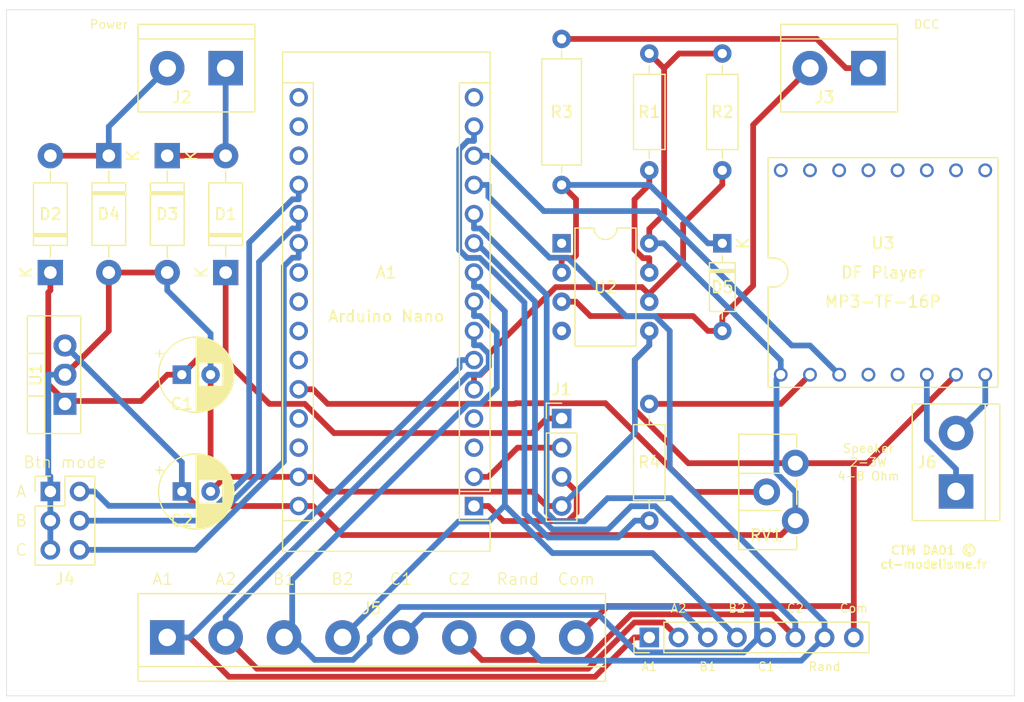
<source format=kicad_pcb>
(kicad_pcb (version 20211014) (generator pcbnew)
  (title_block (title "DA01 - PCB") (date "2022-08-02") (rev "1.1") (company "CTM (ct-modelisme.fr)") (comment 1 "All rights reserved"))
  (layers (0 "F.Cu" signal) (31 "B.Cu" signal) (34 "B.Paste" user) (35 "F.Paste" user) (36 "B.SilkS" user "B.Silkscreen") (37 "F.SilkS" user "F.Silkscreen") (38 "B.Mask" user) (39 "F.Mask" user) (44 "Edge.Cuts" user))
  (net 0 "")
  (net 1 "Net-(A1-Pad1)")
  (net 2 "Net-(A1-Pad17)")
  (net 3 "Net-(A1-Pad2)")
  (net 4 "Net-(A1-Pad18)")
  (net 5 "Net-(A1-Pad3)")
  (net 6 "BTN_MODE_A")
  (net 7 "Net-(A1-Pad4)")
  (net 8 "BTN_MODE_B")
  (net 9 "DCC")
  (net 10 "BTN_MODE_C")
  (net 11 "BTN_A1")
  (net 12 "Net-(A1-Pad22)")
  (net 13 "BTN_A2")
  (net 14 "Net-(A1-Pad23)")
  (net 15 "BTN_B1")
  (net 16 "Net-(A1-Pad24)")
  (net 17 "BTN_B2")
  (net 18 "Net-(A1-Pad25)")
  (net 19 "BTN_C1")
  (net 20 "VOL_POT")
  (net 21 "BTN_C2")
  (net 22 "Net-(A1-Pad27)")
  (net 23 "BTN_RAND")
  (net 24 "Net-(A1-Pad28)")
  (net 25 "DFP_RX")
  (net 26 "GND")
  (net 27 "DFP_TX")
  (net 28 "+5V")
  (net 29 "Net-(A1-Pad15)")
  (net 30 "Net-(A1-Pad16)")
  (net 31 "VCC")
  (net 32 "Net-(D1-Pad2)")
  (net 33 "Net-(D2-Pad2)")
  (net 34 "Net-(D5-Pad1)")
  (net 35 "Net-(D5-Pad2)")
  (net 36 "Net-(J3-Pad1)")
  (net 37 "Net-(J6-Pad2)")
  (net 38 "Net-(J6-Pad1)")
  (net 39 "Net-(R1-Pad2)")
  (net 40 "Net-(R4-Pad1)")
  (net 41 "Net-(U2-Pad1)")
  (net 42 "Net-(U3-Pad16)")
  (net 43 "Net-(U3-Pad15)")
  (net 44 "Net-(U3-Pad14)")
  (net 45 "Net-(U3-Pad13)")
  (net 46 "Net-(U3-Pad4)")
  (net 47 "Net-(U3-Pad12)")
  (net 48 "Net-(U3-Pad5)")
  (net 49 "Net-(U3-Pad11)")
  (net 50 "Net-(U3-Pad10)")
  (net 51 "Net-(U3-Pad9)")
  (footprint "Module:Arduino_Nano" (layer "F.Cu") (at 54.61 57.15 180)
    (fp_text reference "A1" (at 7.62 20.32) (layer "F.SilkS"))
    (fp_text value "Arduino Nano")
    (pad "1" thru_hole rect locked (at 0 0 180) (size 1.6 1.6) (drill 1) (layers *.Cu *.Mask) (net 1 "Net-(A1-Pad1)"))
    (pad "2" thru_hole oval locked (at 0 2.54 180) (size 1.6 1.6) (drill 1) (layers *.Cu *.Mask) (net 3 "Net-(A1-Pad2)"))
    (pad "3" thru_hole oval locked (at 0 5.08 180) (size 1.6 1.6) (drill 1) (layers *.Cu *.Mask) (net 5 "Net-(A1-Pad3)"))
    (pad "4" thru_hole oval locked (at 0 7.62 180) (size 1.6 1.6) (drill 1) (layers *.Cu *.Mask) (net 7 "Net-(A1-Pad4)"))
    (pad "5" thru_hole oval locked (at 0 10.16 180) (size 1.6 1.6) (drill 1) (layers *.Cu *.Mask) (net 9 "DCC"))
    (pad "6" thru_hole oval locked (at 0 12.7 180) (size 1.6 1.6) (drill 1) (layers *.Cu *.Mask) (net 11 "BTN_A1"))
    (pad "7" thru_hole oval locked (at 0 15.24 180) (size 1.6 1.6) (drill 1) (layers *.Cu *.Mask) (net 13 "BTN_A2"))
    (pad "8" thru_hole oval locked (at 0 17.78 180) (size 1.6 1.6) (drill 1) (layers *.Cu *.Mask) (net 15 "BTN_B1"))
    (pad "9" thru_hole oval locked (at 0 20.32 180) (size 1.6 1.6) (drill 1) (layers *.Cu *.Mask) (net 17 "BTN_B2"))
    (pad "10" thru_hole oval locked (at 0 22.86 180) (size 1.6 1.6) (drill 1) (layers *.Cu *.Mask) (net 19 "BTN_C1"))
    (pad "11" thru_hole oval locked (at 0 25.4 180) (size 1.6 1.6) (drill 1) (layers *.Cu *.Mask) (net 21 "BTN_C2"))
    (pad "12" thru_hole oval locked (at 0 27.94 180) (size 1.6 1.6) (drill 1) (layers *.Cu *.Mask) (net 23 "BTN_RAND"))
    (pad "13" thru_hole oval locked (at 0 30.48 180) (size 1.6 1.6) (drill 1) (layers *.Cu *.Mask) (net 25 "DFP_RX"))
    (pad "14" thru_hole oval locked (at 0 33.02 180) (size 1.6 1.6) (drill 1) (layers *.Cu *.Mask) (net 27 "DFP_TX"))
    (pad "15" thru_hole oval locked (at 0 35.56 180) (size 1.6 1.6) (drill 1) (layers *.Cu *.Mask) (net 29 "Net-(A1-Pad15)"))
    (pad "16" thru_hole oval locked (at 15.24 35.56 180) (size 1.6 1.6) (drill 1) (layers *.Cu *.Mask) (net 30 "Net-(A1-Pad16)"))
    (pad "17" thru_hole oval locked (at 15.24 33.02 180) (size 1.6 1.6) (drill 1) (layers *.Cu *.Mask) (net 2 "Net-(A1-Pad17)"))
    (pad "18" thru_hole oval locked (at 15.24 30.48 180) (size 1.6 1.6) (drill 1) (layers *.Cu *.Mask) (net 4 "Net-(A1-Pad18)"))
    (pad "19" thru_hole oval locked (at 15.24 27.94 180) (size 1.6 1.6) (drill 1) (layers *.Cu *.Mask) (net 6 "BTN_MODE_A"))
    (pad "20" thru_hole oval locked (at 15.24 25.4 180) (size 1.6 1.6) (drill 1) (layers *.Cu *.Mask) (net 8 "BTN_MODE_B"))
    (pad "21" thru_hole oval locked (at 15.24 22.86 180) (size 1.6 1.6) (drill 1) (layers *.Cu *.Mask) (net 10 "BTN_MODE_C"))
    (pad "22" thru_hole oval locked (at 15.24 20.32 180) (size 1.6 1.6) (drill 1) (layers *.Cu *.Mask) (net 12 "Net-(A1-Pad22)"))
    (pad "23" thru_hole oval locked (at 15.24 17.78 180) (size 1.6 1.6) (drill 1) (layers *.Cu *.Mask) (net 14 "Net-(A1-Pad23)"))
    (pad "24" thru_hole oval locked (at 15.24 15.24 180) (size 1.6 1.6) (drill 1) (layers *.Cu *.Mask) (net 16 "Net-(A1-Pad24)"))
    (pad "25" thru_hole oval locked (at 15.24 12.7 180) (size 1.6 1.6) (drill 1) (layers *.Cu *.Mask) (net 18 "Net-(A1-Pad25)"))
    (pad "26" thru_hole oval locked (at 15.24 10.16 180) (size 1.6 1.6) (drill 1) (layers *.Cu *.Mask) (net 20 "VOL_POT"))
    (pad "27" thru_hole oval locked (at 15.24 7.62 180) (size 1.6 1.6) (drill 1) (layers *.Cu *.Mask) (net 22 "Net-(A1-Pad27)"))
    (pad "28" thru_hole oval locked (at 15.24 5.08 180) (size 1.6 1.6) (drill 1) (layers *.Cu *.Mask) (net 24 "Net-(A1-Pad28)"))
    (pad "29" thru_hole oval locked (at 15.24 2.54 180) (size 1.6 1.6) (drill 1) (layers *.Cu *.Mask) (net 26 "GND"))
    (pad "30" thru_hole oval locked (at 15.24 0 180) (size 1.6 1.6) (drill 1) (layers *.Cu *.Mask) (net 28 "+5V"))
  )
  (footprint "Capacitor_THT:CP_Radial_D6.3mm_P2.50mm" (layer "F.Cu") (at 29.21 45.72)
    (fp_text reference "C1" (at 0 2.54) (layer "F.SilkS"))
    (fp_text value "220µF")
    (pad "1" thru_hole rect locked (at 0 0) (size 1.6 1.6) (drill 0.8) (layers *.Cu *.Mask) (net 31 "VCC"))
    (pad "2" thru_hole circle locked (at 2.5 0) (size 1.6 1.6) (drill 0.8) (layers *.Cu *.Mask) (net 26 "GND"))
  )
  (footprint "Capacitor_THT:CP_Radial_D6.3mm_P2.50mm" (layer "F.Cu") (at 29.21 55.88)
    (fp_text reference "C2" (at 0 2.54) (layer "F.SilkS"))
    (fp_text value "220µF")
    (pad "1" thru_hole rect locked (at 0 0) (size 1.6 1.6) (drill 0.8) (layers *.Cu *.Mask) (net 28 "+5V"))
    (pad "2" thru_hole circle locked (at 2.5 0) (size 1.6 1.6) (drill 0.8) (layers *.Cu *.Mask) (net 26 "GND"))
  )
  (footprint "Diode_THT:D_DO-41_SOD81_P10.16mm_Horizontal" (layer "F.Cu") (at 27.94 26.67 -90)
    (fp_text reference "D3" (at 5.08 0 180) (layer "F.SilkS"))
    (fp_text value "1N4001")
    (fp_text user "K" (at 0 -2.1 90) (layer "F.SilkS"))
    (pad "1" thru_hole rect locked (at 0 0 270) (size 2.2 2.2) (drill 1.1) (layers *.Cu *.Mask) (net 32 "Net-(D1-Pad2)"))
    (pad "2" thru_hole oval locked (at 10.16 0 270) (size 2.2 2.2) (drill 1.1) (layers *.Cu *.Mask) (net 26 "GND"))
  )
  (footprint "Diode_THT:D_DO-41_SOD81_P10.16mm_Horizontal" (layer "F.Cu") (at 22.86 26.67 -90)
    (fp_text reference "D4" (at 5.08 0 180) (layer "F.SilkS"))
    (fp_text value "1N4001")
    (fp_text user "K" (at 0 -2.1 90) (layer "F.SilkS"))
    (pad "1" thru_hole rect locked (at 0 0 270) (size 2.2 2.2) (drill 1.1) (layers *.Cu *.Mask) (net 33 "Net-(D2-Pad2)"))
    (pad "2" thru_hole oval locked (at 10.16 0 270) (size 2.2 2.2) (drill 1.1) (layers *.Cu *.Mask) (net 26 "GND"))
  )
  (footprint "Diode_THT:D_DO-35_SOD27_P7.62mm_Horizontal" (layer "F.Cu") (at 76.2 34.29 -90)
    (fp_text reference "D5" (at 3.81 0 180) (layer "F.SilkS"))
    (fp_text value "1N4148")
    (fp_text user "K" (at 0 -1.8 90) (layer "F.SilkS"))
    (pad "1" thru_hole rect locked (at 0 0 270) (size 1.6 1.6) (drill 0.8) (layers *.Cu *.Mask) (net 34 "Net-(D5-Pad1)"))
    (pad "2" thru_hole oval locked (at 7.62 0 270) (size 1.6 1.6) (drill 0.8) (layers *.Cu *.Mask) (net 35 "Net-(D5-Pad2)"))
  )
  (footprint "MountingHole:MountingHole_3.2mm_M3" (layer "F.Cu") (at 19.05 19.05)
    (fp_text reference "H1" hide)
    (fp_text value "MountingHole")
    (pad "" np_thru_hole circle locked (at 0 0) (size 3.2 3.2) (drill 3.2) (layers *.Cu *.Mask))
  )
  (footprint "MountingHole:MountingHole_3.2mm_M3" (layer "F.Cu") (at 96.52 19.05)
    (fp_text reference "H2" hide)
    (fp_text value "MountingHole")
    (pad "" np_thru_hole circle locked (at 0 0) (size 3.2 3.2) (drill 3.2) (layers *.Cu *.Mask))
  )
  (footprint "MountingHole:MountingHole_3.2mm_M3" (layer "F.Cu") (at 19.05 68.58)
    (fp_text reference "H3" hide)
    (fp_text value "MountingHole")
    (pad "" np_thru_hole circle locked (at 0 0) (size 3.2 3.2) (drill 3.2) (layers *.Cu *.Mask))
  )
  (footprint "MountingHole:MountingHole_3.2mm_M3" (layer "F.Cu") (at 96.52 68.58)
    (fp_text reference "H4" hide)
    (fp_text value "MountingHole")
    (pad "" np_thru_hole circle locked (at 0 0) (size 3.2 3.2) (drill 3.2) (layers *.Cu *.Mask))
  )
  (footprint "TerminalBlock:TerminalBlock_bornier-2_P5.08mm" (layer "F.Cu") (at 33.02 19.05 180)
    (fp_text reference "J2" (at 3.81 -2.54) (layer "F.SilkS"))
    (fp_text value "Terminal 1x2")
    (pad "1" thru_hole rect locked (at 0 0 180) (size 3 3) (drill 1.52) (layers *.Cu *.Mask) (net 32 "Net-(D1-Pad2)"))
    (pad "2" thru_hole circle locked (at 5.08 0 180) (size 3 3) (drill 1.52) (layers *.Cu *.Mask) (net 33 "Net-(D2-Pad2)"))
  )
  (footprint "TerminalBlock:TerminalBlock_bornier-2_P5.08mm" (layer "F.Cu") (at 88.9 19.05 180)
    (fp_text reference "J3" (at 3.81 -2.54) (layer "F.SilkS"))
    (fp_text value "Terminal 1x2")
    (pad "1" thru_hole rect locked (at 0 0 180) (size 3 3) (drill 1.52) (layers *.Cu *.Mask) (net 36 "Net-(J3-Pad1)"))
    (pad "2" thru_hole circle locked (at 5.08 0 180) (size 3 3) (drill 1.52) (layers *.Cu *.Mask) (net 35 "Net-(D5-Pad2)"))
  )
  (footprint "TerminalBlock:TerminalBlock_bornier-2_P5.08mm" (layer "F.Cu") (at 96.52 55.88 90)
    (fp_text reference "J6" (at 2.54 -2.54 180) (layer "F.SilkS"))
    (fp_text value "Terminal 1x2")
    (pad "1" thru_hole rect locked (at 0 0 90) (size 3 3) (drill 1.52) (layers *.Cu *.Mask) (net 38 "Net-(J6-Pad1)"))
    (pad "2" thru_hole circle locked (at 5.08 0 90) (size 3 3) (drill 1.52) (layers *.Cu *.Mask) (net 37 "Net-(J6-Pad2)"))
  )
  (footprint "Resistor_THT:R_Axial_DIN0207_L6.3mm_D2.5mm_P10.16mm_Horizontal" (layer "F.Cu") (at 69.85 17.78 -90)
    (fp_text reference "R1" (at 5.08 0 180) (layer "F.SilkS"))
    (fp_text value "10k")
    (pad "1" thru_hole circle locked (at 0 0 270) (size 1.6 1.6) (drill 0.8) (layers *.Cu *.Mask) (net 28 "+5V"))
    (pad "2" thru_hole oval locked (at 10.16 0 270) (size 1.6 1.6) (drill 0.8) (layers *.Cu *.Mask) (net 39 "Net-(R1-Pad2)"))
  )
  (footprint "Resistor_THT:R_Axial_DIN0207_L6.3mm_D2.5mm_P10.16mm_Horizontal" (layer "F.Cu") (at 76.2 17.78 -90)
    (fp_text reference "R2" (at 5.08 0 180) (layer "F.SilkS"))
    (fp_text value "10k")
    (pad "1" thru_hole circle locked (at 0 0 270) (size 1.6 1.6) (drill 0.8) (layers *.Cu *.Mask) (net 28 "+5V"))
    (pad "2" thru_hole oval locked (at 10.16 0 270) (size 1.6 1.6) (drill 0.8) (layers *.Cu *.Mask) (net 9 "DCC"))
  )
  (footprint "Resistor_THT:R_Axial_DIN0309_L9.0mm_D3.2mm_P12.70mm_Horizontal" (layer "F.Cu") (at 62.23 29.21 90)
    (fp_text reference "R3" (at 6.35 0 180) (layer "F.SilkS"))
    (fp_text value "1k (1W)")
    (pad "1" thru_hole circle locked (at 0 0 90) (size 1.6 1.6) (drill 0.8) (layers *.Cu *.Mask) (net 34 "Net-(D5-Pad1)"))
    (pad "2" thru_hole oval locked (at 12.7 0 90) (size 1.6 1.6) (drill 0.8) (layers *.Cu *.Mask) (net 36 "Net-(J3-Pad1)"))
  )
  (footprint "Potentiometer_THT:Potentiometer_ACP_CA9-H2,5_Horizontal" (layer "F.Cu") (at 82.55 58.42 180)
    (fp_text reference "RV1" (at 2.54 -1.27) (layer "F.SilkS"))
    (fp_text value "1k")
    (pad "1" thru_hole circle locked (at 0 0 180) (size 2.34 2.34) (drill 1.3) (layers *.Cu *.Mask) (net 28 "+5V"))
    (pad "2" thru_hole circle locked (at 2.5 2.5 180) (size 2.34 2.34) (drill 1.3) (layers *.Cu *.Mask) (net 20 "VOL_POT"))
    (pad "3" thru_hole circle locked (at 0 5 180) (size 2.34 2.34) (drill 1.3) (layers *.Cu *.Mask) (net 26 "GND"))
  )
  (footprint "Package_TO_SOT_THT:TO-220-3_Vertical" (layer "F.Cu") (at 19.05 48.26 90)
    (fp_text reference "U1" (at 2.54 -2.54 270) (layer "F.SilkS"))
    (fp_text value "LM7805")
    (pad "1" thru_hole rect locked (at 0 0 90) (size 1.905 2) (drill 1.1) (layers *.Cu *.Mask) (net 31 "VCC"))
    (pad "2" thru_hole oval locked (at 2.54 0 90) (size 1.905 2) (drill 1.1) (layers *.Cu *.Mask) (net 26 "GND"))
    (pad "3" thru_hole oval locked (at 5.08 0 90) (size 1.905 2) (drill 1.1) (layers *.Cu *.Mask) (net 28 "+5V"))
  )
  (footprint "Module:DFRobot_DFPlayerMini_DFR0299" (layer "F.Cu") (at 90.17 36.83)
    (fp_text reference "U3" (at 0 -2.54 180) (layer "F.SilkS"))
    (fp_text value "DFPlayerMini")
    (pad "1" thru_hole circle locked (at -8.89 8.89) (size 1.2 1.2) (drill 0.8) (layers *.Cu *.Mask) (net 28 "+5V"))
    (pad "2" thru_hole circle locked (at -6.35 8.89) (size 1.2 1.2) (drill 0.8) (layers *.Cu *.Mask) (net 40 "Net-(R4-Pad1)"))
    (pad "3" thru_hole circle locked (at -3.81 8.89) (size 1.2 1.2) (drill 0.8) (layers *.Cu *.Mask) (net 25 "DFP_RX"))
    (pad "4" thru_hole circle locked (at -1.27 8.89) (size 1.2 1.2) (drill 0.8) (layers *.Cu *.Mask) (net 46 "Net-(U3-Pad4)"))
    (pad "5" thru_hole circle locked (at 1.27 8.89) (size 1.2 1.2) (drill 0.8) (layers *.Cu *.Mask) (net 48 "Net-(U3-Pad5)"))
    (pad "6" thru_hole circle locked (at 3.81 8.89) (size 1.2 1.2) (drill 0.8) (layers *.Cu *.Mask) (net 38 "Net-(J6-Pad1)"))
    (pad "7" thru_hole circle locked (at 6.35 8.89) (size 1.2 1.2) (drill 0.8) (layers *.Cu *.Mask) (net 26 "GND"))
    (pad "8" thru_hole circle locked (at 8.89 8.89) (size 1.2 1.2) (drill 0.8) (layers *.Cu *.Mask) (net 37 "Net-(J6-Pad2)"))
    (pad "9" thru_hole circle locked (at 8.89 -8.89) (size 1.2 1.2) (drill 0.8) (layers *.Cu *.Mask) (net 51 "Net-(U3-Pad9)"))
    (pad "10" thru_hole circle locked (at 6.35 -8.89) (size 1.2 1.2) (drill 0.8) (layers *.Cu *.Mask) (net 50 "Net-(U3-Pad10)"))
    (pad "11" thru_hole circle locked (at 3.81 -8.89) (size 1.2 1.2) (drill 0.8) (layers *.Cu *.Mask) (net 49 "Net-(U3-Pad11)"))
    (pad "12" thru_hole circle locked (at 1.27 -8.89) (size 1.2 1.2) (drill 0.8) (layers *.Cu *.Mask) (net 47 "Net-(U3-Pad12)"))
    (pad "13" thru_hole circle locked (at -1.27 -8.89) (size 1.2 1.2) (drill 0.8) (layers *.Cu *.Mask) (net 45 "Net-(U3-Pad13)"))
    (pad "14" thru_hole circle locked (at -3.81 -8.89) (size 1.2 1.2) (drill 0.8) (layers *.Cu *.Mask) (net 44 "Net-(U3-Pad14)"))
    (pad "15" thru_hole circle locked (at -6.35 -8.89) (size 1.2 1.2) (drill 0.8) (layers *.Cu *.Mask) (net 43 "Net-(U3-Pad15)"))
    (pad "16" thru_hole circle locked (at -8.89 -8.89) (size 1.2 1.2) (drill 0.8) (layers *.Cu *.Mask) (net 42 "Net-(U3-Pad16)"))
  )
  (footprint "Package_DIP:DIP-8_W7.62mm" (layer "F.Cu") (at 62.23 34.29)
    (fp_text reference "U2" (at 3.81 3.81) (layer "F.SilkS"))
    (fp_text value "6N137")
    (pad "1" thru_hole rect locked (at 0 0) (size 1.6 1.6) (drill 0.8) (layers *.Cu *.Mask) (net 41 "Net-(U2-Pad1)"))
    (pad "2" thru_hole oval locked (at 0 2.54) (size 1.6 1.6) (drill 0.8) (layers *.Cu *.Mask) (net 34 "Net-(D5-Pad1)"))
    (pad "3" thru_hole oval locked (at 0 5.08) (size 1.6 1.6) (drill 0.8) (layers *.Cu *.Mask) (net 35 "Net-(D5-Pad2)"))
    (pad "4" thru_hole oval locked (at 0 7.62) (size 1.6 1.6) (drill 0.8) (layers *.Cu *.Mask))
    (pad "5" thru_hole oval locked (at 7.62 7.62) (size 1.6 1.6) (drill 0.8) (layers *.Cu *.Mask) (net 26 "GND"))
    (pad "6" thru_hole oval locked (at 7.62 5.08) (size 1.6 1.6) (drill 0.8) (layers *.Cu *.Mask) (net 9 "DCC"))
    (pad "7" thru_hole oval locked (at 7.62 2.54) (size 1.6 1.6) (drill 0.8) (layers *.Cu *.Mask) (net 39 "Net-(R1-Pad2)"))
    (pad "8" thru_hole oval locked (at 7.62 0) (size 1.6 1.6) (drill 0.8) (layers *.Cu *.Mask) (net 28 "+5V"))
  )
  (footprint "Diode_THT:D_DO-41_SOD81_P10.16mm_Horizontal" (layer "F.Cu") (at 17.78 36.83 90)
    (fp_text reference "D2" (at 5.08 0 180) (layer "F.SilkS"))
    (fp_text value "1N4001")
    (fp_text user "K" (at 0 -2.1 90) (layer "F.SilkS"))
    (pad "1" thru_hole rect locked (at 0 0 90) (size 2.2 2.2) (drill 1.1) (layers *.Cu *.Mask) (net 31 "VCC"))
    (pad "2" thru_hole oval locked (at 10.16 0 90) (size 2.2 2.2) (drill 1.1) (layers *.Cu *.Mask) (net 33 "Net-(D2-Pad2)"))
  )
  (footprint "Diode_THT:D_DO-41_SOD81_P10.16mm_Horizontal" (layer "F.Cu") (at 33.02 36.83 90)
    (fp_text reference "D1" (at 5.08 0 180) (layer "F.SilkS"))
    (fp_text value "1N4001")
    (fp_text user "K" (at 0 -2.1 90) (layer "F.SilkS"))
    (pad "1" thru_hole rect locked (at 0 0 90) (size 2.2 2.2) (drill 1.1) (layers *.Cu *.Mask) (net 31 "VCC"))
    (pad "2" thru_hole oval locked (at 10.16 0 90) (size 2.2 2.2) (drill 1.1) (layers *.Cu *.Mask) (net 32 "Net-(D1-Pad2)"))
  )
  (footprint "Connector_PinHeader_2.54mm:PinHeader_2x03_P2.54mm_Vertical" (layer "F.Cu") (at 17.78 55.88)
    (fp_text reference "J4" (at 1.27 7.62) (layer "F.SilkS"))
    (fp_text value "Conn 2x3 pins")
    (pad "1" thru_hole rect locked (at 0 0) (size 1.7 1.7) (drill 1) (layers *.Cu *.Mask) (net 26 "GND"))
    (pad "2" thru_hole oval locked (at 2.54 0) (size 1.7 1.7) (drill 1) (layers *.Cu *.Mask) (net 6 "BTN_MODE_A"))
    (pad "3" thru_hole oval locked (at 0 2.54) (size 1.7 1.7) (drill 1) (layers *.Cu *.Mask) (net 26 "GND"))
    (pad "4" thru_hole oval locked (at 2.54 2.54) (size 1.7 1.7) (drill 1) (layers *.Cu *.Mask) (net 8 "BTN_MODE_B"))
    (pad "5" thru_hole oval locked (at 0 5.08) (size 1.7 1.7) (drill 1) (layers *.Cu *.Mask) (net 26 "GND"))
    (pad "6" thru_hole oval locked (at 2.54 5.08) (size 1.7 1.7) (drill 1) (layers *.Cu *.Mask) (net 10 "BTN_MODE_C"))
  )
  (footprint "Connector_PinHeader_2.54mm:PinHeader_1x08_P2.54mm_Vertical" (layer "F.Cu") (at 69.85 68.58 90)
    (fp_text reference "J7" hide)
    (fp_text value "Conn 1x8 pins")
    (pad "1" thru_hole rect locked (at 0 0 90) (size 1.7 1.7) (drill 1) (layers *.Cu *.Mask) (net 11 "BTN_A1"))
    (pad "2" thru_hole oval locked (at 0 2.54 90) (size 1.7 1.7) (drill 1) (layers *.Cu *.Mask) (net 13 "BTN_A2"))
    (pad "3" thru_hole oval locked (at 0 5.08 90) (size 1.7 1.7) (drill 1) (layers *.Cu *.Mask) (net 15 "BTN_B1"))
    (pad "4" thru_hole oval locked (at 0 7.62 90) (size 1.7 1.7) (drill 1) (layers *.Cu *.Mask) (net 17 "BTN_B2"))
    (pad "5" thru_hole oval locked (at 0 10.16 90) (size 1.7 1.7) (drill 1) (layers *.Cu *.Mask) (net 19 "BTN_C1"))
    (pad "6" thru_hole oval locked (at 0 12.7 90) (size 1.7 1.7) (drill 1) (layers *.Cu *.Mask) (net 21 "BTN_C2"))
    (pad "7" thru_hole oval locked (at 0 15.24 90) (size 1.7 1.7) (drill 1) (layers *.Cu *.Mask) (net 23 "BTN_RAND"))
    (pad "8" thru_hole oval locked (at 0 17.78 90) (size 1.7 1.7) (drill 1) (layers *.Cu *.Mask) (net 26 "GND"))
  )
  (footprint "TerminalBlock:TerminalBlock_bornier-8_P5.08mm" (layer "F.Cu") (at 27.94 68.58)
    (fp_text reference "J5" (at 17.78 -2.54) (layer "F.SilkS"))
    (fp_text value "Terminal 1x8")
    (pad "1" thru_hole rect locked (at 0 0) (size 3 3) (drill 1.52) (layers *.Cu *.Mask) (net 11 "BTN_A1"))
    (pad "2" thru_hole circle locked (at 5.08 0) (size 3 3) (drill 1.52) (layers *.Cu *.Mask) (net 13 "BTN_A2"))
    (pad "3" thru_hole circle locked (at 10.16 0) (size 3 3) (drill 1.52) (layers *.Cu *.Mask) (net 15 "BTN_B1"))
    (pad "4" thru_hole circle locked (at 15.24 0) (size 3 3) (drill 1.52) (layers *.Cu *.Mask) (net 17 "BTN_B2"))
    (pad "5" thru_hole circle locked (at 20.32 0) (size 3 3) (drill 1.52) (layers *.Cu *.Mask) (net 19 "BTN_C1"))
    (pad "6" thru_hole circle locked (at 25.4 0) (size 3 3) (drill 1.52) (layers *.Cu *.Mask) (net 21 "BTN_C2"))
    (pad "7" thru_hole circle locked (at 30.48 0) (size 3 3) (drill 1.52) (layers *.Cu *.Mask) (net 23 "BTN_RAND"))
    (pad "8" thru_hole circle locked (at 35.56 0) (size 3 3) (drill 1.52) (layers *.Cu *.Mask) (net 26 "GND"))
  )
  (footprint "Connector_PinHeader_2.54mm:PinHeader_1x04_P2.54mm_Vertical" (layer "F.Cu") (at 62.23 49.53)
    (fp_text reference "J1" (at 0 -2.54) (layer "F.SilkS"))
    (fp_text value "Conn 1x4 pins")
    (pad "1" thru_hole rect locked (at 0 0) (size 1.7 1.7) (drill 1) (layers *.Cu *.Mask) (net 31 "VCC"))
    (pad "2" thru_hole oval locked (at 0 2.54) (size 1.7 1.7) (drill 1) (layers *.Cu *.Mask) (net 3 "Net-(A1-Pad2)"))
    (pad "3" thru_hole oval locked (at 0 5.08) (size 1.7 1.7) (drill 1) (layers *.Cu *.Mask) (net 1 "Net-(A1-Pad1)"))
    (pad "4" thru_hole oval locked (at 0 7.62) (size 1.7 1.7) (drill 1) (layers *.Cu *.Mask) (net 26 "GND"))
  )
  (footprint "Resistor_THT:R_Axial_DIN0207_L6.3mm_D2.5mm_P10.16mm_Horizontal" (layer "F.Cu") (at 69.85 48.26 -90)
    (fp_text reference "R4" (at 5.08 0 180) (layer "F.SilkS"))
    (fp_text value "1k")
    (pad "1" thru_hole circle locked (at 0 0 270) (size 1.6 1.6) (drill 0.8) (layers *.Cu *.Mask) (net 40 "Net-(R4-Pad1)"))
    (pad "2" thru_hole oval locked (at 10.16 0 270) (size 1.6 1.6) (drill 0.8) (layers *.Cu *.Mask) (net 27 "DFP_TX"))
  )
  (gr_line (start 13.97 13.97) (end 13.97 73.66) (layer "Edge.Cuts") (width 0.05))
  (gr_line (start 13.97 73.66) (end 101.6 73.66) (layer "Edge.Cuts") (width 0.05))
  (gr_line (start 13.97 13.97) (end 101.6 13.97) (layer "Edge.Cuts") (width 0.05))
  (gr_line (start 101.6 73.66) (end 101.6 13.97) (layer "Edge.Cuts") (width 0.05))
  (gr_text "A2" (at 72.39 66.04) (layer "F.SilkS") (effects (font (size 0.75 0.75) (thickness 0.1))))
  (gr_text "DF Player" (at 90.17 36.83) (layer "F.SilkS") (effects (font (size 1 1))))
  (gr_text "B1" (at 74.93 71.12) (layer "F.SilkS") (effects (font (size 0.75 0.75) (thickness 0.1))))
  (gr_text "Com" (at 87.63 66.04) (layer "F.SilkS") (effects (font (size 0.75 0.75) (thickness 0.1))))
  (gr_text "Power" (at 22.86 15.24) (layer "F.SilkS") (effects (font (size 0.75 0.75) (thickness 0.1))))
  (gr_text "Speaker\n2-3W\n4-8 Ohm" (at 88.9 53.34) (layer "F.SilkS") (effects (font (size 0.75 0.75) (thickness 0.1))))
  (gr_text "Rand" (at 85.09 71.12) (layer "F.SilkS") (effects (font (size 0.75 0.75) (thickness 0.1))))
  (gr_text "CTM DA01 ©\nct-modelisme.fr" (at 94.57613 61.609696) (layer "F.SilkS") (effects (font (size 0.75 0.75))))
  (gr_text "MP3-TF-16P" (at 90.17 39.37) (layer "F.SilkS") (effects (font (size 1 1))))
  (gr_text "B" (at 15.24 58.42) (layer "F.SilkS") (effects (font (size 1 1) (thickness 0.1))))
  (gr_text "A1" (at 69.85 71.12) (layer "F.SilkS") (effects (font (size 0.75 0.75) (thickness 0.1))))
  (gr_text "B2" (at 43.18 63.5) (layer "F.SilkS") (effects (font (size 1 1) (thickness 0.1))))
  (gr_text "C2" (at 53.34 63.5) (layer "F.SilkS") (effects (font (size 1 1) (thickness 0.1))))
  (gr_text "Btn mode" (at 19.05 53.34) (layer "F.SilkS") (effects (font (size 1 1) (thickness 0.1))))
  (gr_text "C" (at 15.24 60.96) (layer "F.SilkS") (effects (font (size 1 1) (thickness 0.1))))
  (gr_text "Rand" (at 58.42 63.5) (layer "F.SilkS") (effects (font (size 1 1) (thickness 0.1))))
  (gr_text "C1" (at 80.01 71.12) (layer "F.SilkS") (effects (font (size 0.75 0.75) (thickness 0.1))))
  (gr_text "Arduino Nano" (at 46.99 40.64) (layer "F.SilkS") (effects (font (size 1 1))))
  (gr_text "DCC" (at 93.98 15.24) (layer "F.SilkS") (effects (font (size 0.75 0.75) (thickness 0.1))))
  (gr_text "A1 " (at 27.94 63.5) (layer "F.SilkS") (effects (font (size 1 1) (thickness 0.1))))
  (gr_text "A" (at 15.24 55.88) (layer "F.SilkS") (effects (font (size 1 1) (thickness 0.1))))
  (gr_text "B1" (at 38.1 63.5) (layer "F.SilkS") (effects (font (size 1 1) (thickness 0.1))))
  (gr_text "Com" (at 63.5 63.5) (layer "F.SilkS") (effects (font (size 1 1) (thickness 0.1))))
  (gr_text "C1" (at 48.26 63.5) (layer "F.SilkS") (effects (font (size 1 1) (thickness 0.1))))
  (gr_text "A2" (at 33.02 63.5) (layer "F.SilkS") (effects (font (size 1 1) (thickness 0.1))))
  (gr_text "C2" (at 82.55 66.04) (layer "F.SilkS") (effects (font (size 0.75 0.75) (thickness 0.1))))
  (gr_text "B2" (at 77.47 66.04) (layer "F.SilkS") (effects (font (size 0.75 0.75) (thickness 0.1))))
  (segment (start 54.61 57.15) (end 55.8603 57.15) (width 0.5) (layer "F.Cu") (net 1))
  (segment (start 62.7779 58.4553) (end 57.1656 58.4553) (width 0.5) (layer "F.Cu") (net 1))
  (segment (start 63.5363 55.9163) (end 63.5363 57.6969) (width 0.5) (layer "F.Cu") (net 1))
  (segment (start 63.5363 57.6969) (end 62.7779 58.4553) (width 0.5) (layer "F.Cu") (net 1))
  (segment (start 62.23 54.61) (end 63.5363 55.9163) (width 0.5) (layer "F.Cu") (net 1))
  (segment (start 57.1656 58.4553) (end 55.8603 57.15) (width 0.5) (layer "F.Cu") (net 1))
  (segment (start 62.23 52.07) (end 58.4003 52.07) (width 0.5) (layer "F.Cu") (net 3))
  (segment (start 54.61 54.61) (end 55.8603 54.61) (width 0.5) (layer "F.Cu") (net 3))
  (segment (start 58.4003 52.07) (end 55.8603 54.61) (width 0.5) (layer "F.Cu") (net 3))
  (segment (start 35.0658 54.3081) (end 35.0658 34.2206) (width 0.5) (layer "B.Cu") (net 6))
  (segment (start 21.6203 55.88) (end 22.8718 57.1315) (width 0.5) (layer "B.Cu") (net 6))
  (segment (start 32.2424 57.1315) (end 35.0658 54.3081) (width 0.5) (layer "B.Cu") (net 6))
  (segment (start 35.0658 34.2206) (end 38.8261 30.4603) (width 0.5) (layer "B.Cu") (net 6))
  (segment (start 22.8718 57.1315) (end 32.2424 57.1315) (width 0.5) (layer "B.Cu") (net 6))
  (segment (start 38.8261 30.4603) (end 39.37 30.4603) (width 0.5) (layer "B.Cu") (net 6))
  (segment (start 20.32 55.88) (end 21.6203 55.88) (width 0.5) (layer "B.Cu") (net 6))
  (segment (start 39.37 29.21) (end 39.37 30.4603) (width 0.5) (layer "B.Cu") (net 6))
  (segment (start 21.6203 58.42) (end 31.9444 58.42) (width 0.5) (layer "B.Cu") (net 8))
  (segment (start 35.9218 54.4426) (end 35.9218 35.9046) (width 0.5) (layer "B.Cu") (net 8))
  (segment (start 31.9444 58.42) (end 35.9218 54.4426) (width 0.5) (layer "B.Cu") (net 8))
  (segment (start 20.32 58.42) (end 21.6203 58.42) (width 0.5) (layer "B.Cu") (net 8))
  (segment (start 38.8261 33.0003) (end 39.37 33.0003) (width 0.5) (layer "B.Cu") (net 8))
  (segment (start 35.9218 35.9046) (end 38.8261 33.0003) (width 0.5) (layer "B.Cu") (net 8))
  (segment (start 39.37 31.75) (end 39.37 33.0003) (width 0.5) (layer "B.Cu") (net 8))
  (segment (start 72.7938 32.5965) (end 72.7938 35.724) (width 0.5) (layer "F.Cu") (net 9))
  (segment (start 61.7165 38.1) (end 55.8996 43.9169) (width 0.5) (layer "F.Cu") (net 9))
  (segment (start 69.85 39.37) (end 69.85 38.7448) (width 0.5) (layer "F.Cu") (net 9))
  (segment (start 54.61 46.99) (end 54.61 45.7397) (width 0.5) (layer "F.Cu") (net 9))
  (segment (start 69.8115 38.7063) (end 69.2052 38.1) (width 0.5) (layer "F.Cu") (net 9))
  (segment (start 55.8996 44.994) (end 55.1539 45.7397) (width 0.5) (layer "F.Cu") (net 9))
  (segment (start 55.8996 43.9169) (end 55.8996 44.994) (width 0.5) (layer "F.Cu") (net 9))
  (segment (start 69.2052 38.1) (end 61.7165 38.1) (width 0.5) (layer "F.Cu") (net 9))
  (segment (start 55.1539 45.7397) (end 54.61 45.7397) (width 0.5) (layer "F.Cu") (net 9))
  (segment (start 69.85 38.7448) (end 69.8115 38.7063) (width 0.5) (layer "F.Cu") (net 9))
  (segment (start 76.2 29.1903) (end 72.7938 32.5965) (width 0.5) (layer "F.Cu") (net 9))
  (segment (start 76.2 27.94) (end 76.2 29.1903) (width 0.5) (layer "F.Cu") (net 9))
  (segment (start 72.7938 35.724) (end 69.8115 38.7063) (width 0.5) (layer "F.Cu") (net 9))
  (segment (start 20.32 60.96) (end 30.3949 60.96) (width 0.5) (layer "B.Cu") (net 10))
  (segment (start 39.37 34.29) (end 39.37 35.5403) (width 0.5) (layer "B.Cu") (net 10))
  (segment (start 38.0804 36.286) (end 38.8261 35.5403) (width 0.5) (layer "B.Cu") (net 10))
  (segment (start 38.0804 53.2745) (end 38.0804 36.286) (width 0.5) (layer "B.Cu") (net 10))
  (segment (start 38.8261 35.5403) (end 39.37 35.5403) (width 0.5) (layer "B.Cu") (net 10))
  (segment (start 30.3949 60.96) (end 38.0804 53.2745) (width 0.5) (layer "B.Cu") (net 10))
  (segment (start 68.5497 68.58) (end 65.1265 72.0032) (width 0.5) (layer "F.Cu") (net 11))
  (segment (start 69.85 68.58) (end 68.5497 68.58) (width 0.5) (layer "F.Cu") (net 11))
  (segment (start 65.1265 72.0032) (end 33.3135 72.0032) (width 0.5) (layer "F.Cu") (net 11))
  (segment (start 33.3135 72.0032) (end 29.8903 68.58) (width 0.5) (layer "F.Cu") (net 11))
  (segment (start 27.94 68.58) (end 29.8903 68.58) (width 0.5) (layer "F.Cu") (net 11))
  (segment (start 27.94 68.58) (end 29.8903 68.58) (width 0.5) (layer "B.Cu") (net 11))
  (segment (start 54.61 44.45) (end 53.3597 44.45) (width 0.5) (layer "B.Cu") (net 11))
  (segment (start 53.3597 45.1106) (end 53.3597 44.45) (width 0.5) (layer "B.Cu") (net 11))
  (segment (start 29.8903 68.58) (end 53.3597 45.1106) (width 0.5) (layer "B.Cu") (net 11))
  (segment (start 71.0896 67.2796) (end 68.5595 67.2796) (width 0.5) (layer "F.Cu") (net 13))
  (segment (start 35.7428 71.3028) (end 33.02 68.58) (width 0.5) (layer "F.Cu") (net 13))
  (segment (start 68.5595 67.2796) (end 64.5363 71.3028) (width 0.5) (layer "F.Cu") (net 13))
  (segment (start 64.5363 71.3028) (end 35.7428 71.3028) (width 0.5) (layer "F.Cu") (net 13))
  (segment (start 72.39 68.58) (end 71.0896 67.2796) (width 0.5) (layer "F.Cu") (net 13))
  (segment (start 55.8925 44.9359) (end 55.8925 43.9) (width 0.5) (layer "B.Cu") (net 13))
  (segment (start 55.1528 43.1603) (end 54.61 43.1603) (width 0.5) (layer "B.Cu") (net 13))
  (segment (start 33.02 66.8001) (end 54.1001 45.72) (width 0.5) (layer "B.Cu") (net 13))
  (segment (start 33.02 68.58) (end 33.02 66.8001) (width 0.5) (layer "B.Cu") (net 13))
  (segment (start 54.1001 45.72) (end 55.1084 45.72) (width 0.5) (layer "B.Cu") (net 13))
  (segment (start 55.8925 43.9) (end 55.1528 43.1603) (width 0.5) (layer "B.Cu") (net 13))
  (segment (start 55.1084 45.72) (end 55.8925 44.9359) (width 0.5) (layer "B.Cu") (net 13))
  (segment (start 54.61 41.91) (end 54.61 43.1603) (width 0.5) (layer "B.Cu") (net 13))
  (segment (start 54.61 39.37) (end 54.61 40.6203) (width 0.5) (layer "B.Cu") (net 15))
  (segment (start 56.5928 42.0592) (end 55.1539 40.6203) (width 0.5) (layer "B.Cu") (net 15))
  (segment (start 38.8043 68.58) (end 38.8043 63.5519) (width 0.5) (layer "B.Cu") (net 15))
  (segment (start 38.8043 63.5519) (end 54.0962 48.26) (width 0.5) (layer "B.Cu") (net 15))
  (segment (start 45.5367 69.0976) (end 44.1 70.5343) (width 0.5) (layer "B.Cu") (net 15))
  (segment (start 48.1498 65.9293) (end 45.5367 68.5424) (width 0.5) (layer "B.Cu") (net 15))
  (segment (start 38.8043 68.58) (end 38.1 68.58) (width 0.5) (layer "B.Cu") (net 15))
  (segment (start 56.5928 46.8541) (end 56.5928 42.0592) (width 0.5) (layer "B.Cu") (net 15))
  (segment (start 40.7586 70.5343) (end 38.8043 68.58) (width 0.5) (layer "B.Cu") (net 15))
  (segment (start 44.1 70.5343) (end 40.7586 70.5343) (width 0.5) (layer "B.Cu") (net 15))
  (segment (start 54.0962 48.26) (end 55.1869 48.26) (width 0.5) (layer "B.Cu") (net 15))
  (segment (start 74.93 68.58) (end 72.2793 65.9293) (width 0.5) (layer "B.Cu") (net 15))
  (segment (start 55.1869 48.26) (end 56.5928 46.8541) (width 0.5) (layer "B.Cu") (net 15))
  (segment (start 55.1539 40.6203) (end 54.61 40.6203) (width 0.5) (layer "B.Cu") (net 15))
  (segment (start 45.5367 68.5424) (end 45.5367 69.0976) (width 0.5) (layer "B.Cu") (net 15))
  (segment (start 72.2793 65.9293) (end 48.1498 65.9293) (width 0.5) (layer "B.Cu") (net 15))
  (segment (start 55.1622 38.0803) (end 54.61 38.0803) (width 0.5) (layer "B.Cu") (net 17))
  (segment (start 53.2606 58.4994) (end 55.8925 58.4994) (width 0.5) (layer "B.Cu") (net 17))
  (segment (start 61.4327 61.2384) (end 70.1284 61.2384) (width 0.5) (layer "B.Cu") (net 17))
  (segment (start 70.1284 61.2384) (end 77.47 68.58) (width 0.5) (layer "B.Cu") (net 17))
  (segment (start 57.2931 57.0988) (end 57.2931 40.2112) (width 0.5) (layer "B.Cu") (net 17))
  (segment (start 54.61 36.83) (end 54.61 38.0803) (width 0.5) (layer "B.Cu") (net 17))
  (segment (start 43.18 68.58) (end 53.2606 58.4994) (width 0.5) (layer "B.Cu") (net 17))
  (segment (start 57.2931 40.2112) (end 55.1622 38.0803) (width 0.5) (layer "B.Cu") (net 17))
  (segment (start 57.2931 57.0988) (end 61.4327 61.2384) (width 0.5) (layer "B.Cu") (net 17))
  (segment (start 55.8925 58.4994) (end 57.2931 57.0988) (width 0.5) (layer "B.Cu") (net 17))
  (segment (start 79.2151 68.7357) (end 78.0705 69.8803) (width 0.5) (layer "B.Cu") (net 19))
  (segment (start 78.0705 69.8803) (end 68.7425 69.8803) (width 0.5) (layer "B.Cu") (net 19))
  (segment (start 79.2151 68.58) (end 79.2151 68.7357) (width 0.5) (layer "B.Cu") (net 19))
  (segment (start 61.4186 59.1794) (end 66.2574 59.1794) (width 0.5) (layer "B.Cu") (net 19))
  (segment (start 80.01 68.58) (end 79.2151 68.58) (width 0.5) (layer "B.Cu") (net 19))
  (segment (start 65.4918 66.6296) (end 50.2104 66.6296) (width 0.5) (layer "B.Cu") (net 19))
  (segment (start 68.7425 69.8803) (end 65.4918 66.6296) (width 0.5) (layer "B.Cu") (net 19))
  (segment (start 79.2151 66.008) (end 79.2151 68.58) (width 0.5) (layer "B.Cu") (net 19))
  (segment (start 59.9119 57.6727) (end 61.4186 59.1794) (width 0.5) (layer "B.Cu") (net 19))
  (segment (start 70.3739 57.1668) (end 79.2151 66.008) (width 0.5) (layer "B.Cu") (net 19))
  (segment (start 68.27 57.1668) (end 70.3739 57.1668) (width 0.5) (layer "B.Cu") (net 19))
  (segment (start 50.2104 66.6296) (end 48.26 68.58) (width 0.5) (layer "B.Cu") (net 19))
  (segment (start 66.2574 59.1794) (end 68.27 57.1668) (width 0.5) (layer "B.Cu") (net 19))
  (segment (start 54.8471 34.29) (end 59.9119 39.3548) (width 0.5) (layer "B.Cu") (net 19))
  (segment (start 54.61 34.29) (end 54.8471 34.29) (width 0.5) (layer "B.Cu") (net 19))
  (segment (start 59.9119 39.3548) (end 59.9119 57.6727) (width 0.5) (layer "B.Cu") (net 19))
  (segment (start 58.2537 48.2044) (end 58.1981 48.26) (width 0.5) (layer "F.Cu") (net 20))
  (segment (start 80.05 55.92) (end 73.7554 55.92) (width 0.5) (layer "F.Cu") (net 20))
  (segment (start 41.8903 48.26) (end 40.6203 46.99) (width 0.5) (layer "F.Cu") (net 20))
  (segment (start 58.1981 48.26) (end 41.8903 48.26) (width 0.5) (layer "F.Cu") (net 20))
  (segment (start 73.7554 55.92) (end 66.0398 48.2044) (width 0.5) (layer "F.Cu") (net 20))
  (segment (start 66.0398 48.2044) (end 58.2537 48.2044) (width 0.5) (layer "F.Cu") (net 20))
  (segment (start 39.37 46.99) (end 40.6203 46.99) (width 0.5) (layer "F.Cu") (net 20))
  (segment (start 64.3094 70.5392) (end 68.2784 66.5702) (width 0.5) (layer "F.Cu") (net 21))
  (segment (start 55.2992 70.5392) (end 64.3094 70.5392) (width 0.5) (layer "F.Cu") (net 21))
  (segment (start 80.5402 66.5702) (end 82.55 68.58) (width 0.5) (layer "F.Cu") (net 21))
  (segment (start 53.34 68.58) (end 55.2992 70.5392) (width 0.5) (layer "F.Cu") (net 21))
  (segment (start 68.2784 66.5702) (end 80.5402 66.5702) (width 0.5) (layer "F.Cu") (net 21))
  (segment (start 66.2214 56.4664) (end 64.2088 58.479) (width 0.5) (layer "B.Cu") (net 21))
  (segment (start 82.55 67.2797) (end 71.7367 56.4664) (width 0.5) (layer "B.Cu") (net 21))
  (segment (start 61.7088 58.479) (end 60.9296 57.6998) (width 0.5) (layer "B.Cu") (net 21))
  (segment (start 55.1539 33.0003) (end 54.61 33.0003) (width 0.5) (layer "B.Cu") (net 21))
  (segment (start 60.9296 38.776) (end 55.1539 33.0003) (width 0.5) (layer "B.Cu") (net 21))
  (segment (start 82.55 68.58) (end 82.55 67.2797) (width 0.5) (layer "B.Cu") (net 21))
  (segment (start 71.7367 56.4664) (end 66.2214 56.4664) (width 0.5) (layer "B.Cu") (net 21))
  (segment (start 64.2088 58.479) (end 61.7088 58.479) (width 0.5) (layer "B.Cu") (net 21))
  (segment (start 60.9296 57.6998) (end 60.9296 38.776) (width 0.5) (layer "B.Cu") (net 21))
  (segment (start 54.61 31.75) (end 54.61 33.0003) (width 0.5) (layer "B.Cu") (net 21))
  (segment (start 71.6302 41.9117) (end 70.3585 40.64) (width 0.5) (layer "B.Cu") (net 23))
  (segment (start 55.8603 30.2255) (end 55.8603 29.21) (width 0.5) (layer "B.Cu") (net 23))
  (segment (start 70.3585 40.64) (end 67.8402 40.64) (width 0.5) (layer "B.Cu") (net 23))
  (segment (start 85.09 67.9818) (end 85.09 67.2797) (width 0.5) (layer "B.Cu") (net 23))
  (segment (start 67.8402 40.64) (end 62.7406 35.5404) (width 0.5) (layer "B.Cu") (net 23))
  (segment (start 54.61 29.21) (end 55.8603 29.21) (width 0.5) (layer "B.Cu") (net 23))
  (segment (start 61.1752 35.5404) (end 55.8603 30.2255) (width 0.5) (layer "B.Cu") (net 23))
  (segment (start 83.0658 70.6042) (end 60.4442 70.6042) (width 0.5) (layer "B.Cu") (net 23))
  (segment (start 85.09 67.9818) (end 85.09 68.58) (width 0.5) (layer "B.Cu") (net 23))
  (segment (start 62.7406 35.5404) (end 61.1752 35.5404) (width 0.5) (layer "B.Cu") (net 23))
  (segment (start 71.6302 53.8199) (end 71.6302 41.9117) (width 0.5) (layer "B.Cu") (net 23))
  (segment (start 85.09 68.58) (end 83.0658 70.6042) (width 0.5) (layer "B.Cu") (net 23))
  (segment (start 60.4442 70.6042) (end 58.42 68.58) (width 0.5) (layer "B.Cu") (net 23))
  (segment (start 85.09 67.2797) (end 71.6302 53.8199) (width 0.5) (layer "B.Cu") (net 23))
  (segment (start 83.822 43.182) (end 82.24 43.182) (width 0.5) (layer "B.Cu") (net 25))
  (segment (start 86.36 45.72) (end 83.822 43.182) (width 0.5) (layer "B.Cu") (net 25))
  (segment (start 70.5443 31.4863) (end 60.6766 31.4863) (width 0.5) (layer "B.Cu") (net 25))
  (segment (start 60.6766 31.4863) (end 55.8603 26.67) (width 0.5) (layer "B.Cu") (net 25))
  (segment (start 82.24 43.182) (end 70.5443 31.4863) (width 0.5) (layer "B.Cu") (net 25))
  (segment (start 54.61 26.67) (end 55.8603 26.67) (width 0.5) (layer "B.Cu") (net 25))
  (segment (start 68.5873 48.7702) (end 68.5873 44.423) (width 0.5) (layer "F.Cu") (net 26))
  (segment (start 69.85 41.91) (end 69.85 43.1603) (width 0.5) (layer "F.Cu") (net 26))
  (segment (start 87.63 65.8532) (end 66.2268 65.8532) (width 0.5) (layer "F.Cu") (net 26))
  (segment (start 88.82 53.42) (end 96.52 45.72) (width 0.5) (layer "F.Cu") (net 26))
  (segment (start 22.86 41.91) (end 19.05 45.72) (width 0.5) (layer "F.Cu") (net 26))
  (segment (start 41.9099 55.8996) (end 40.6203 54.61) (width 0.5) (layer "F.Cu") (net 26))
  (segment (start 22.86 36.83) (end 27.94 36.83) (width 0.5) (layer "F.Cu") (net 26))
  (segment (start 82.55 53.42) (end 73.2371 53.42) (width 0.5) (layer "F.Cu") (net 26))
  (segment (start 82.55 53.42) (end 87.63 53.42) (width 0.5) (layer "F.Cu") (net 26))
  (segment (start 31.71 53.34) (end 31.71 45.72) (width 0.5) (layer "F.Cu") (net 26))
  (segment (start 87.63 53.42) (end 88.82 53.42) (width 0.5) (layer "F.Cu") (net 26))
  (segment (start 87.63 65.8532) (end 87.63 68.58) (width 0.5) (layer "F.Cu") (net 26))
  (segment (start 39.37 54.61) (end 40.6203 54.61) (width 0.5) (layer "F.Cu") (net 26))
  (segment (start 39.37 54.61) (end 38.1197 54.61) (width 0.5) (layer "F.Cu") (net 26))
  (segment (start 32.98 54.61) (end 38.1197 54.61) (width 0.5) (layer "F.Cu") (net 26))
  (segment (start 87.63 53.42) (end 87.63 65.8532) (width 0.5) (layer "F.Cu") (net 26))
  (segment (start 32.98 54.61) (end 31.71 53.34) (width 0.5) (layer "F.Cu") (net 26))
  (segment (start 22.86 36.83) (end 22.86 41.91) (width 0.5) (layer "F.Cu") (net 26))
  (segment (start 62.23 57.15) (end 60.9297 57.15) (width 0.5) (layer "F.Cu") (net 26))
  (segment (start 60.9297 57.15) (end 59.6793 55.8996) (width 0.5) (layer "F.Cu") (net 26))
  (segment (start 68.5873 44.423) (end 69.85 43.1603) (width 0.5) (layer "F.Cu") (net 26))
  (segment (start 31.71 55.88) (end 32.98 54.61) (width 0.5) (layer "F.Cu") (net 26))
  (segment (start 73.2371 53.42) (end 68.5873 48.7702) (width 0.5) (layer "F.Cu") (net 26))
  (segment (start 66.2268 65.8532) (end 63.5 68.58) (width 0.5) (layer "F.Cu") (net 26))
  (segment (start 59.6793 55.8996) (end 41.9099 55.8996) (width 0.5) (layer "F.Cu") (net 26))
  (segment (start 17.78 55.88) (end 17.78 54.5797) (width 0.5) (layer "B.Cu") (net 26))
  (segment (start 69.85 43.1603) (end 68.5997 44.4106) (width 0.5) (layer "B.Cu") (net 26))
  (segment (start 31.71 45.72) (end 31.71 42.1503) (width 0.5) (layer "B.Cu") (net 26))
  (segment (start 68.5997 50.7803) (end 62.23 57.15) (width 0.5) (layer "B.Cu") (net 26))
  (segment (start 19.05 45.72) (end 17.5997 45.72) (width 0.5) (layer "B.Cu") (net 26))
  (segment (start 68.5997 44.4106) (end 68.5997 50.7803) (width 0.5) (layer "B.Cu") (net 26))
  (segment (start 17.5997 54.3994) (end 17.78 54.5797) (width 0.5) (layer "B.Cu") (net 26))
  (segment (start 27.94 36.83) (end 27.94 38.3803) (width 0.5) (layer "B.Cu") (net 26))
  (segment (start 31.71 42.1503) (end 27.94 38.3803) (width 0.5) (layer "B.Cu") (net 26))
  (segment (start 17.78 58.42) (end 17.78 55.88) (width 0.5) (layer "B.Cu") (net 26))
  (segment (start 69.85 41.91) (end 69.85 43.1603) (width 0.5) (layer "B.Cu") (net 26))
  (segment (start 17.5997 45.72) (end 17.5997 54.3994) (width 0.5) (layer "B.Cu") (net 26))
  (segment (start 17.78 60.96) (end 17.78 58.42) (width 0.5) (layer "B.Cu") (net 26))
  (segment (start 54.61 24.13) (end 54.61 25.3803) (width 0.5) (layer "B.Cu") (net 27))
  (segment (start 55.1122 35.56) (end 58.9953 39.4431) (width 0.5) (layer "B.Cu") (net 27))
  (segment (start 54.0661 25.3803) (end 53.3204 26.126) (width 0.5) (layer "B.Cu") (net 27))
  (segment (start 53.3204 34.8636) (end 54.0168 35.56) (width 0.5) (layer "B.Cu") (net 27))
  (segment (start 53.3204 26.126) (end 53.3204 34.8636) (width 0.5) (layer "B.Cu") (net 27))
  (segment (start 69.85 58.42) (end 68.5997 58.42) (width 0.5) (layer "B.Cu") (net 27))
  (segment (start 58.9953 57.8105) (end 61.0722 59.8874) (width 0.5) (layer "B.Cu") (net 27))
  (segment (start 54.61 25.3803) (end 54.0661 25.3803) (width 0.5) (layer "B.Cu") (net 27))
  (segment (start 67.1323 59.8874) (end 68.5997 58.42) (width 0.5) (layer "B.Cu") (net 27))
  (segment (start 58.9953 39.4431) (end 58.9953 57.8105) (width 0.5) (layer "B.Cu") (net 27))
  (segment (start 61.0722 59.8874) (end 67.1323 59.8874) (width 0.5) (layer "B.Cu") (net 27))
  (segment (start 54.0168 35.56) (end 55.1122 35.56) (width 0.5) (layer "B.Cu") (net 27))
  (segment (start 72.4296 17.78) (end 71.1398 19.0698) (width 0.5) (layer "F.Cu") (net 28))
  (segment (start 29.21 55.88) (end 30.48 57.15) (width 0.5) (layer "F.Cu") (net 28))
  (segment (start 39.37 57.15) (end 40.6203 57.15) (width 0.5) (layer "F.Cu") (net 28))
  (segment (start 81.2977 59.6723) (end 43.1426 59.6723) (width 0.5) (layer "F.Cu") (net 28))
  (segment (start 76.2 17.78) (end 72.4296 17.78) (width 0.5) (layer "F.Cu") (net 28))
  (segment (start 82.55 58.42) (end 81.2977 59.6723) (width 0.5) (layer "F.Cu") (net 28))
  (segment (start 69.85 33.0397) (end 71.1398 31.7499) (width 0.5) (layer "F.Cu") (net 28))
  (segment (start 69.85 34.29) (end 69.85 33.0397) (width 0.5) (layer "F.Cu") (net 28))
  (segment (start 30.48 57.15) (end 39.37 57.15) (width 0.5) (layer "F.Cu") (net 28))
  (segment (start 43.1426 59.6723) (end 40.6203 57.15) (width 0.5) (layer "F.Cu") (net 28))
  (segment (start 71.1398 19.0698) (end 69.85 17.78) (width 0.5) (layer "F.Cu") (net 28))
  (segment (start 71.1398 31.7499) (end 71.1398 19.0698) (width 0.5) (layer "F.Cu") (net 28))
  (segment (start 80.9114 46.0886) (end 80.9114 54.2813) (width 0.5) (layer "B.Cu") (net 28))
  (segment (start 29.21 53.34) (end 29.21 55.88) (width 0.5) (layer "B.Cu") (net 28))
  (segment (start 71.1003 34.29) (end 81.28 44.4697) (width 0.5) (layer "B.Cu") (net 28))
  (segment (start 69.85 34.29) (end 71.1003 34.29) (width 0.5) (layer "B.Cu") (net 28))
  (segment (start 81.28 44.4697) (end 81.28 45.72) (width 0.5) (layer "B.Cu") (net 28))
  (segment (start 81.28 45.72) (end 80.9114 46.0886) (width 0.5) (layer "B.Cu") (net 28))
  (segment (start 82.55 55.9199) (end 82.55 58.42) (width 0.5) (layer "B.Cu") (net 28))
  (segment (start 19.05 43.18) (end 29.21 53.34) (width 0.5) (layer "B.Cu") (net 28))
  (segment (start 80.9114 54.2813) (end 82.55 55.9199) (width 0.5) (layer "B.Cu") (net 28))
  (segment (start 17.78 38.3803) (end 17.5979 38.5624) (width 0.5) (layer "F.Cu") (net 31))
  (segment (start 29.21 45.72) (end 27.9597 45.72) (width 0.5) (layer "F.Cu") (net 31))
  (segment (start 59.6597 50.8) (end 42.4402 50.8) (width 0.5) (layer "F.Cu") (net 31))
  (segment (start 62.23 49.53) (end 60.9297 49.53) (width 0.5) (layer "F.Cu") (net 31))
  (segment (start 60.9297 49.53) (end 59.6597 50.8) (width 0.5) (layer "F.Cu") (net 31))
  (segment (start 33.02 44.4571) (end 33.02 36.83) (width 0.5) (layer "F.Cu") (net 31))
  (segment (start 36.8229 48.26) (end 33.02 44.4571) (width 0.5) (layer "F.Cu") (net 31))
  (segment (start 42.4402 50.8) (end 39.9002 48.26) (width 0.5) (layer "F.Cu") (net 31))
  (segment (start 19.05 48.26) (end 19.05 48.009) (width 0.5) (layer "F.Cu") (net 31))
  (segment (start 17.78 36.83) (end 17.78 38.3803) (width 0.5) (layer "F.Cu") (net 31))
  (segment (start 19.05 48.009) (end 25.6707 48.009) (width 0.5) (layer "F.Cu") (net 31))
  (segment (start 25.6707 48.009) (end 27.9597 45.72) (width 0.5) (layer "F.Cu") (net 31))
  (segment (start 17.5979 38.5624) (end 17.5979 46.5569) (width 0.5) (layer "F.Cu") (net 31))
  (segment (start 39.9002 48.26) (end 36.8229 48.26) (width 0.5) (layer "F.Cu") (net 31))
  (segment (start 30.4729 44.4571) (end 29.21 45.72) (width 0.5) (layer "F.Cu") (net 31))
  (segment (start 17.5979 46.5569) (end 19.05 48.009) (width 0.5) (layer "F.Cu") (net 31))
  (segment (start 33.02 44.4571) (end 30.4729 44.4571) (width 0.5) (layer "F.Cu") (net 31))
  (segment (start 27.94 26.67) (end 33.02 26.67) (width 0.5) (layer "F.Cu") (net 32))
  (segment (start 33.02 19.05) (end 33.02 26.67) (width 0.5) (layer "B.Cu") (net 32))
  (segment (start 22.86 26.67) (end 17.78 26.67) (width 0.5) (layer "F.Cu") (net 33))
  (segment (start 27.94 19.05) (end 22.86 24.13) (width 0.5) (layer "B.Cu") (net 33))
  (segment (start 22.86 24.13) (end 22.86 26.67) (width 0.5) (layer "B.Cu") (net 33))
  (segment (start 63.4804 35.3452) (end 63.4804 30.4604) (width 0.5) (layer "F.Cu") (net 34))
  (segment (start 62.23 36.83) (end 62.23 35.5797) (width 0.5) (layer "F.Cu") (net 34))
  (segment (start 63.4804 30.4604) (end 62.23 29.21) (width 0.5) (layer "F.Cu") (net 34))
  (segment (start 63.2459 35.5797) (end 63.4804 35.3452) (width 0.5) (layer "F.Cu") (net 34))
  (segment (start 62.23 35.5797) (end 63.2459 35.5797) (width 0.5) (layer "F.Cu") (net 34))
  (segment (start 69.8697 29.21) (end 74.9497 34.29) (width 0.5) (layer "B.Cu") (net 34))
  (segment (start 76.2 34.29) (end 74.9497 34.29) (width 0.5) (layer "B.Cu") (net 34))
  (segment (start 62.23 29.21) (end 69.8697 29.21) (width 0.5) (layer "B.Cu") (net 34))
  (segment (start 78.8815 37.9782) (end 76.2 40.6597) (width 0.5) (layer "F.Cu") (net 35))
  (segment (start 78.8815 23.9885) (end 78.8815 37.9782) (width 0.5) (layer "F.Cu") (net 35))
  (segment (start 64.7306 40.6203) (end 73.66 40.6203) (width 0.5) (layer "F.Cu") (net 35))
  (segment (start 73.66 40.6203) (end 74.9497 41.91) (width 0.5) (layer "F.Cu") (net 35))
  (segment (start 83.82 19.05) (end 78.8815 23.9885) (width 0.5) (layer "F.Cu") (net 35))
  (segment (start 63.4803 39.37) (end 64.7306 40.6203) (width 0.5) (layer "F.Cu") (net 35))
  (segment (start 62.23 39.37) (end 63.4803 39.37) (width 0.5) (layer "F.Cu") (net 35))
  (segment (start 76.2 41.91) (end 76.2 40.6597) (width 0.5) (layer "F.Cu") (net 35))
  (segment (start 76.2 41.91) (end 74.9497 41.91) (width 0.5) (layer "F.Cu") (net 35))
  (segment (start 62.23 16.51) (end 84.4097 16.51) (width 0.5) (layer "F.Cu") (net 36))
  (segment (start 88.9 19.05) (end 86.9497 19.05) (width 0.5) (layer "F.Cu") (net 36))
  (segment (start 84.4097 16.51) (end 86.9497 19.05) (width 0.5) (layer "F.Cu") (net 36))
  (segment (start 99.06 48.26) (end 96.52 50.8) (width 0.5) (layer "B.Cu") (net 37))
  (segment (start 99.06 45.72) (end 99.06 48.26) (width 0.5) (layer "B.Cu") (net 37))
  (segment (start 93.98 51.3897) (end 96.52 53.9297) (width 0.5) (layer "B.Cu") (net 38))
  (segment (start 93.98 45.72) (end 93.98 51.3897) (width 0.5) (layer "B.Cu") (net 38))
  (segment (start 96.52 55.88) (end 96.52 53.9297) (width 0.5) (layer "B.Cu") (net 38))
  (segment (start 68.5675 34.8442) (end 68.5675 30.4728) (width 0.5) (layer "F.Cu") (net 39))
  (segment (start 69.303 35.5797) (end 68.5675 34.8442) (width 0.5) (layer "F.Cu") (net 39))
  (segment (start 69.85 35.5797) (end 69.303 35.5797) (width 0.5) (layer "F.Cu") (net 39))
  (segment (start 69.85 36.83) (end 69.85 35.5797) (width 0.5) (layer "F.Cu") (net 39))
  (segment (start 68.5675 30.4728) (end 69.85 29.1903) (width 0.5) (layer "F.Cu") (net 39))
  (segment (start 69.85 27.94) (end 69.85 29.1903) (width 0.5) (layer "F.Cu") (net 39))
  (segment (start 83.82 45.72) (end 81.28 48.26) (width 0.5) (layer "F.Cu") (net 40))
  (segment (start 81.28 48.26) (end 69.85 48.26) (width 0.5) (layer "F.Cu") (net 40))
)
</source>
